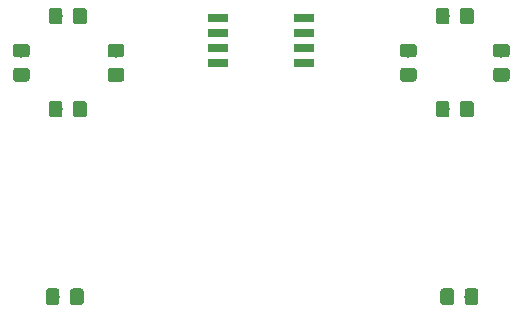
<source format=gbr>
G04 #@! TF.GenerationSoftware,KiCad,Pcbnew,(5.0.0)*
G04 #@! TF.CreationDate,2018-11-20T12:56:54-05:00*
G04 #@! TF.ProjectId,BsidesRock2019,427369646573526F636B323031392E6B,rev?*
G04 #@! TF.SameCoordinates,Original*
G04 #@! TF.FileFunction,Paste,Top*
G04 #@! TF.FilePolarity,Positive*
%FSLAX46Y46*%
G04 Gerber Fmt 4.6, Leading zero omitted, Abs format (unit mm)*
G04 Created by KiCad (PCBNEW (5.0.0)) date 11/20/18 12:56:54*
%MOMM*%
%LPD*%
G01*
G04 APERTURE LIST*
%ADD10R,1.700000X0.650000*%
%ADD11C,0.100000*%
%ADD12C,1.150000*%
G04 APERTURE END LIST*
D10*
G04 #@! TO.C,U1*
X142400000Y-55753000D03*
X142400000Y-57023000D03*
X142400000Y-58293000D03*
X142400000Y-59563000D03*
X149700000Y-59563000D03*
X149700000Y-58293000D03*
X149700000Y-57023000D03*
X149700000Y-55753000D03*
G04 #@! TD*
D11*
G04 #@! TO.C,D8*
G36*
X163807505Y-62801204D02*
X163831773Y-62804804D01*
X163855572Y-62810765D01*
X163878671Y-62819030D01*
X163900850Y-62829520D01*
X163921893Y-62842132D01*
X163941599Y-62856747D01*
X163959777Y-62873223D01*
X163976253Y-62891401D01*
X163990868Y-62911107D01*
X164003480Y-62932150D01*
X164013970Y-62954329D01*
X164022235Y-62977428D01*
X164028196Y-63001227D01*
X164031796Y-63025495D01*
X164033000Y-63049999D01*
X164033000Y-63950001D01*
X164031796Y-63974505D01*
X164028196Y-63998773D01*
X164022235Y-64022572D01*
X164013970Y-64045671D01*
X164003480Y-64067850D01*
X163990868Y-64088893D01*
X163976253Y-64108599D01*
X163959777Y-64126777D01*
X163941599Y-64143253D01*
X163921893Y-64157868D01*
X163900850Y-64170480D01*
X163878671Y-64180970D01*
X163855572Y-64189235D01*
X163831773Y-64195196D01*
X163807505Y-64198796D01*
X163783001Y-64200000D01*
X163132999Y-64200000D01*
X163108495Y-64198796D01*
X163084227Y-64195196D01*
X163060428Y-64189235D01*
X163037329Y-64180970D01*
X163015150Y-64170480D01*
X162994107Y-64157868D01*
X162974401Y-64143253D01*
X162956223Y-64126777D01*
X162939747Y-64108599D01*
X162925132Y-64088893D01*
X162912520Y-64067850D01*
X162902030Y-64045671D01*
X162893765Y-64022572D01*
X162887804Y-63998773D01*
X162884204Y-63974505D01*
X162883000Y-63950001D01*
X162883000Y-63049999D01*
X162884204Y-63025495D01*
X162887804Y-63001227D01*
X162893765Y-62977428D01*
X162902030Y-62954329D01*
X162912520Y-62932150D01*
X162925132Y-62911107D01*
X162939747Y-62891401D01*
X162956223Y-62873223D01*
X162974401Y-62856747D01*
X162994107Y-62842132D01*
X163015150Y-62829520D01*
X163037329Y-62819030D01*
X163060428Y-62810765D01*
X163084227Y-62804804D01*
X163108495Y-62801204D01*
X163132999Y-62800000D01*
X163783001Y-62800000D01*
X163807505Y-62801204D01*
X163807505Y-62801204D01*
G37*
D12*
X163458000Y-63500000D03*
D11*
G36*
X161757505Y-62801204D02*
X161781773Y-62804804D01*
X161805572Y-62810765D01*
X161828671Y-62819030D01*
X161850850Y-62829520D01*
X161871893Y-62842132D01*
X161891599Y-62856747D01*
X161909777Y-62873223D01*
X161926253Y-62891401D01*
X161940868Y-62911107D01*
X161953480Y-62932150D01*
X161963970Y-62954329D01*
X161972235Y-62977428D01*
X161978196Y-63001227D01*
X161981796Y-63025495D01*
X161983000Y-63049999D01*
X161983000Y-63950001D01*
X161981796Y-63974505D01*
X161978196Y-63998773D01*
X161972235Y-64022572D01*
X161963970Y-64045671D01*
X161953480Y-64067850D01*
X161940868Y-64088893D01*
X161926253Y-64108599D01*
X161909777Y-64126777D01*
X161891599Y-64143253D01*
X161871893Y-64157868D01*
X161850850Y-64170480D01*
X161828671Y-64180970D01*
X161805572Y-64189235D01*
X161781773Y-64195196D01*
X161757505Y-64198796D01*
X161733001Y-64200000D01*
X161082999Y-64200000D01*
X161058495Y-64198796D01*
X161034227Y-64195196D01*
X161010428Y-64189235D01*
X160987329Y-64180970D01*
X160965150Y-64170480D01*
X160944107Y-64157868D01*
X160924401Y-64143253D01*
X160906223Y-64126777D01*
X160889747Y-64108599D01*
X160875132Y-64088893D01*
X160862520Y-64067850D01*
X160852030Y-64045671D01*
X160843765Y-64022572D01*
X160837804Y-63998773D01*
X160834204Y-63974505D01*
X160833000Y-63950001D01*
X160833000Y-63049999D01*
X160834204Y-63025495D01*
X160837804Y-63001227D01*
X160843765Y-62977428D01*
X160852030Y-62954329D01*
X160862520Y-62932150D01*
X160875132Y-62911107D01*
X160889747Y-62891401D01*
X160906223Y-62873223D01*
X160924401Y-62856747D01*
X160944107Y-62842132D01*
X160965150Y-62829520D01*
X160987329Y-62819030D01*
X161010428Y-62810765D01*
X161034227Y-62804804D01*
X161058495Y-62801204D01*
X161082999Y-62800000D01*
X161733001Y-62800000D01*
X161757505Y-62801204D01*
X161757505Y-62801204D01*
G37*
D12*
X161408000Y-63500000D03*
G04 #@! TD*
D11*
G04 #@! TO.C,D1*
G36*
X126204505Y-60014204D02*
X126228773Y-60017804D01*
X126252572Y-60023765D01*
X126275671Y-60032030D01*
X126297850Y-60042520D01*
X126318893Y-60055132D01*
X126338599Y-60069747D01*
X126356777Y-60086223D01*
X126373253Y-60104401D01*
X126387868Y-60124107D01*
X126400480Y-60145150D01*
X126410970Y-60167329D01*
X126419235Y-60190428D01*
X126425196Y-60214227D01*
X126428796Y-60238495D01*
X126430000Y-60262999D01*
X126430000Y-60913001D01*
X126428796Y-60937505D01*
X126425196Y-60961773D01*
X126419235Y-60985572D01*
X126410970Y-61008671D01*
X126400480Y-61030850D01*
X126387868Y-61051893D01*
X126373253Y-61071599D01*
X126356777Y-61089777D01*
X126338599Y-61106253D01*
X126318893Y-61120868D01*
X126297850Y-61133480D01*
X126275671Y-61143970D01*
X126252572Y-61152235D01*
X126228773Y-61158196D01*
X126204505Y-61161796D01*
X126180001Y-61163000D01*
X125279999Y-61163000D01*
X125255495Y-61161796D01*
X125231227Y-61158196D01*
X125207428Y-61152235D01*
X125184329Y-61143970D01*
X125162150Y-61133480D01*
X125141107Y-61120868D01*
X125121401Y-61106253D01*
X125103223Y-61089777D01*
X125086747Y-61071599D01*
X125072132Y-61051893D01*
X125059520Y-61030850D01*
X125049030Y-61008671D01*
X125040765Y-60985572D01*
X125034804Y-60961773D01*
X125031204Y-60937505D01*
X125030000Y-60913001D01*
X125030000Y-60262999D01*
X125031204Y-60238495D01*
X125034804Y-60214227D01*
X125040765Y-60190428D01*
X125049030Y-60167329D01*
X125059520Y-60145150D01*
X125072132Y-60124107D01*
X125086747Y-60104401D01*
X125103223Y-60086223D01*
X125121401Y-60069747D01*
X125141107Y-60055132D01*
X125162150Y-60042520D01*
X125184329Y-60032030D01*
X125207428Y-60023765D01*
X125231227Y-60017804D01*
X125255495Y-60014204D01*
X125279999Y-60013000D01*
X126180001Y-60013000D01*
X126204505Y-60014204D01*
X126204505Y-60014204D01*
G37*
D12*
X125730000Y-60588000D03*
D11*
G36*
X126204505Y-57964204D02*
X126228773Y-57967804D01*
X126252572Y-57973765D01*
X126275671Y-57982030D01*
X126297850Y-57992520D01*
X126318893Y-58005132D01*
X126338599Y-58019747D01*
X126356777Y-58036223D01*
X126373253Y-58054401D01*
X126387868Y-58074107D01*
X126400480Y-58095150D01*
X126410970Y-58117329D01*
X126419235Y-58140428D01*
X126425196Y-58164227D01*
X126428796Y-58188495D01*
X126430000Y-58212999D01*
X126430000Y-58863001D01*
X126428796Y-58887505D01*
X126425196Y-58911773D01*
X126419235Y-58935572D01*
X126410970Y-58958671D01*
X126400480Y-58980850D01*
X126387868Y-59001893D01*
X126373253Y-59021599D01*
X126356777Y-59039777D01*
X126338599Y-59056253D01*
X126318893Y-59070868D01*
X126297850Y-59083480D01*
X126275671Y-59093970D01*
X126252572Y-59102235D01*
X126228773Y-59108196D01*
X126204505Y-59111796D01*
X126180001Y-59113000D01*
X125279999Y-59113000D01*
X125255495Y-59111796D01*
X125231227Y-59108196D01*
X125207428Y-59102235D01*
X125184329Y-59093970D01*
X125162150Y-59083480D01*
X125141107Y-59070868D01*
X125121401Y-59056253D01*
X125103223Y-59039777D01*
X125086747Y-59021599D01*
X125072132Y-59001893D01*
X125059520Y-58980850D01*
X125049030Y-58958671D01*
X125040765Y-58935572D01*
X125034804Y-58911773D01*
X125031204Y-58887505D01*
X125030000Y-58863001D01*
X125030000Y-58212999D01*
X125031204Y-58188495D01*
X125034804Y-58164227D01*
X125040765Y-58140428D01*
X125049030Y-58117329D01*
X125059520Y-58095150D01*
X125072132Y-58074107D01*
X125086747Y-58054401D01*
X125103223Y-58036223D01*
X125121401Y-58019747D01*
X125141107Y-58005132D01*
X125162150Y-57992520D01*
X125184329Y-57982030D01*
X125207428Y-57973765D01*
X125231227Y-57967804D01*
X125255495Y-57964204D01*
X125279999Y-57963000D01*
X126180001Y-57963000D01*
X126204505Y-57964204D01*
X126204505Y-57964204D01*
G37*
D12*
X125730000Y-58538000D03*
G04 #@! TD*
D11*
G04 #@! TO.C,D3*
G36*
X131041505Y-54927204D02*
X131065773Y-54930804D01*
X131089572Y-54936765D01*
X131112671Y-54945030D01*
X131134850Y-54955520D01*
X131155893Y-54968132D01*
X131175599Y-54982747D01*
X131193777Y-54999223D01*
X131210253Y-55017401D01*
X131224868Y-55037107D01*
X131237480Y-55058150D01*
X131247970Y-55080329D01*
X131256235Y-55103428D01*
X131262196Y-55127227D01*
X131265796Y-55151495D01*
X131267000Y-55175999D01*
X131267000Y-56076001D01*
X131265796Y-56100505D01*
X131262196Y-56124773D01*
X131256235Y-56148572D01*
X131247970Y-56171671D01*
X131237480Y-56193850D01*
X131224868Y-56214893D01*
X131210253Y-56234599D01*
X131193777Y-56252777D01*
X131175599Y-56269253D01*
X131155893Y-56283868D01*
X131134850Y-56296480D01*
X131112671Y-56306970D01*
X131089572Y-56315235D01*
X131065773Y-56321196D01*
X131041505Y-56324796D01*
X131017001Y-56326000D01*
X130366999Y-56326000D01*
X130342495Y-56324796D01*
X130318227Y-56321196D01*
X130294428Y-56315235D01*
X130271329Y-56306970D01*
X130249150Y-56296480D01*
X130228107Y-56283868D01*
X130208401Y-56269253D01*
X130190223Y-56252777D01*
X130173747Y-56234599D01*
X130159132Y-56214893D01*
X130146520Y-56193850D01*
X130136030Y-56171671D01*
X130127765Y-56148572D01*
X130121804Y-56124773D01*
X130118204Y-56100505D01*
X130117000Y-56076001D01*
X130117000Y-55175999D01*
X130118204Y-55151495D01*
X130121804Y-55127227D01*
X130127765Y-55103428D01*
X130136030Y-55080329D01*
X130146520Y-55058150D01*
X130159132Y-55037107D01*
X130173747Y-55017401D01*
X130190223Y-54999223D01*
X130208401Y-54982747D01*
X130228107Y-54968132D01*
X130249150Y-54955520D01*
X130271329Y-54945030D01*
X130294428Y-54936765D01*
X130318227Y-54930804D01*
X130342495Y-54927204D01*
X130366999Y-54926000D01*
X131017001Y-54926000D01*
X131041505Y-54927204D01*
X131041505Y-54927204D01*
G37*
D12*
X130692000Y-55626000D03*
D11*
G36*
X128991505Y-54927204D02*
X129015773Y-54930804D01*
X129039572Y-54936765D01*
X129062671Y-54945030D01*
X129084850Y-54955520D01*
X129105893Y-54968132D01*
X129125599Y-54982747D01*
X129143777Y-54999223D01*
X129160253Y-55017401D01*
X129174868Y-55037107D01*
X129187480Y-55058150D01*
X129197970Y-55080329D01*
X129206235Y-55103428D01*
X129212196Y-55127227D01*
X129215796Y-55151495D01*
X129217000Y-55175999D01*
X129217000Y-56076001D01*
X129215796Y-56100505D01*
X129212196Y-56124773D01*
X129206235Y-56148572D01*
X129197970Y-56171671D01*
X129187480Y-56193850D01*
X129174868Y-56214893D01*
X129160253Y-56234599D01*
X129143777Y-56252777D01*
X129125599Y-56269253D01*
X129105893Y-56283868D01*
X129084850Y-56296480D01*
X129062671Y-56306970D01*
X129039572Y-56315235D01*
X129015773Y-56321196D01*
X128991505Y-56324796D01*
X128967001Y-56326000D01*
X128316999Y-56326000D01*
X128292495Y-56324796D01*
X128268227Y-56321196D01*
X128244428Y-56315235D01*
X128221329Y-56306970D01*
X128199150Y-56296480D01*
X128178107Y-56283868D01*
X128158401Y-56269253D01*
X128140223Y-56252777D01*
X128123747Y-56234599D01*
X128109132Y-56214893D01*
X128096520Y-56193850D01*
X128086030Y-56171671D01*
X128077765Y-56148572D01*
X128071804Y-56124773D01*
X128068204Y-56100505D01*
X128067000Y-56076001D01*
X128067000Y-55175999D01*
X128068204Y-55151495D01*
X128071804Y-55127227D01*
X128077765Y-55103428D01*
X128086030Y-55080329D01*
X128096520Y-55058150D01*
X128109132Y-55037107D01*
X128123747Y-55017401D01*
X128140223Y-54999223D01*
X128158401Y-54982747D01*
X128178107Y-54968132D01*
X128199150Y-54955520D01*
X128221329Y-54945030D01*
X128244428Y-54936765D01*
X128268227Y-54930804D01*
X128292495Y-54927204D01*
X128316999Y-54926000D01*
X128967001Y-54926000D01*
X128991505Y-54927204D01*
X128991505Y-54927204D01*
G37*
D12*
X128642000Y-55626000D03*
G04 #@! TD*
D11*
G04 #@! TO.C,D4*
G36*
X128991505Y-62801204D02*
X129015773Y-62804804D01*
X129039572Y-62810765D01*
X129062671Y-62819030D01*
X129084850Y-62829520D01*
X129105893Y-62842132D01*
X129125599Y-62856747D01*
X129143777Y-62873223D01*
X129160253Y-62891401D01*
X129174868Y-62911107D01*
X129187480Y-62932150D01*
X129197970Y-62954329D01*
X129206235Y-62977428D01*
X129212196Y-63001227D01*
X129215796Y-63025495D01*
X129217000Y-63049999D01*
X129217000Y-63950001D01*
X129215796Y-63974505D01*
X129212196Y-63998773D01*
X129206235Y-64022572D01*
X129197970Y-64045671D01*
X129187480Y-64067850D01*
X129174868Y-64088893D01*
X129160253Y-64108599D01*
X129143777Y-64126777D01*
X129125599Y-64143253D01*
X129105893Y-64157868D01*
X129084850Y-64170480D01*
X129062671Y-64180970D01*
X129039572Y-64189235D01*
X129015773Y-64195196D01*
X128991505Y-64198796D01*
X128967001Y-64200000D01*
X128316999Y-64200000D01*
X128292495Y-64198796D01*
X128268227Y-64195196D01*
X128244428Y-64189235D01*
X128221329Y-64180970D01*
X128199150Y-64170480D01*
X128178107Y-64157868D01*
X128158401Y-64143253D01*
X128140223Y-64126777D01*
X128123747Y-64108599D01*
X128109132Y-64088893D01*
X128096520Y-64067850D01*
X128086030Y-64045671D01*
X128077765Y-64022572D01*
X128071804Y-63998773D01*
X128068204Y-63974505D01*
X128067000Y-63950001D01*
X128067000Y-63049999D01*
X128068204Y-63025495D01*
X128071804Y-63001227D01*
X128077765Y-62977428D01*
X128086030Y-62954329D01*
X128096520Y-62932150D01*
X128109132Y-62911107D01*
X128123747Y-62891401D01*
X128140223Y-62873223D01*
X128158401Y-62856747D01*
X128178107Y-62842132D01*
X128199150Y-62829520D01*
X128221329Y-62819030D01*
X128244428Y-62810765D01*
X128268227Y-62804804D01*
X128292495Y-62801204D01*
X128316999Y-62800000D01*
X128967001Y-62800000D01*
X128991505Y-62801204D01*
X128991505Y-62801204D01*
G37*
D12*
X128642000Y-63500000D03*
D11*
G36*
X131041505Y-62801204D02*
X131065773Y-62804804D01*
X131089572Y-62810765D01*
X131112671Y-62819030D01*
X131134850Y-62829520D01*
X131155893Y-62842132D01*
X131175599Y-62856747D01*
X131193777Y-62873223D01*
X131210253Y-62891401D01*
X131224868Y-62911107D01*
X131237480Y-62932150D01*
X131247970Y-62954329D01*
X131256235Y-62977428D01*
X131262196Y-63001227D01*
X131265796Y-63025495D01*
X131267000Y-63049999D01*
X131267000Y-63950001D01*
X131265796Y-63974505D01*
X131262196Y-63998773D01*
X131256235Y-64022572D01*
X131247970Y-64045671D01*
X131237480Y-64067850D01*
X131224868Y-64088893D01*
X131210253Y-64108599D01*
X131193777Y-64126777D01*
X131175599Y-64143253D01*
X131155893Y-64157868D01*
X131134850Y-64170480D01*
X131112671Y-64180970D01*
X131089572Y-64189235D01*
X131065773Y-64195196D01*
X131041505Y-64198796D01*
X131017001Y-64200000D01*
X130366999Y-64200000D01*
X130342495Y-64198796D01*
X130318227Y-64195196D01*
X130294428Y-64189235D01*
X130271329Y-64180970D01*
X130249150Y-64170480D01*
X130228107Y-64157868D01*
X130208401Y-64143253D01*
X130190223Y-64126777D01*
X130173747Y-64108599D01*
X130159132Y-64088893D01*
X130146520Y-64067850D01*
X130136030Y-64045671D01*
X130127765Y-64022572D01*
X130121804Y-63998773D01*
X130118204Y-63974505D01*
X130117000Y-63950001D01*
X130117000Y-63049999D01*
X130118204Y-63025495D01*
X130121804Y-63001227D01*
X130127765Y-62977428D01*
X130136030Y-62954329D01*
X130146520Y-62932150D01*
X130159132Y-62911107D01*
X130173747Y-62891401D01*
X130190223Y-62873223D01*
X130208401Y-62856747D01*
X130228107Y-62842132D01*
X130249150Y-62829520D01*
X130271329Y-62819030D01*
X130294428Y-62810765D01*
X130318227Y-62804804D01*
X130342495Y-62801204D01*
X130366999Y-62800000D01*
X131017001Y-62800000D01*
X131041505Y-62801204D01*
X131041505Y-62801204D01*
G37*
D12*
X130692000Y-63500000D03*
G04 #@! TD*
D11*
G04 #@! TO.C,D5*
G36*
X134205505Y-57973204D02*
X134229773Y-57976804D01*
X134253572Y-57982765D01*
X134276671Y-57991030D01*
X134298850Y-58001520D01*
X134319893Y-58014132D01*
X134339599Y-58028747D01*
X134357777Y-58045223D01*
X134374253Y-58063401D01*
X134388868Y-58083107D01*
X134401480Y-58104150D01*
X134411970Y-58126329D01*
X134420235Y-58149428D01*
X134426196Y-58173227D01*
X134429796Y-58197495D01*
X134431000Y-58221999D01*
X134431000Y-58872001D01*
X134429796Y-58896505D01*
X134426196Y-58920773D01*
X134420235Y-58944572D01*
X134411970Y-58967671D01*
X134401480Y-58989850D01*
X134388868Y-59010893D01*
X134374253Y-59030599D01*
X134357777Y-59048777D01*
X134339599Y-59065253D01*
X134319893Y-59079868D01*
X134298850Y-59092480D01*
X134276671Y-59102970D01*
X134253572Y-59111235D01*
X134229773Y-59117196D01*
X134205505Y-59120796D01*
X134181001Y-59122000D01*
X133280999Y-59122000D01*
X133256495Y-59120796D01*
X133232227Y-59117196D01*
X133208428Y-59111235D01*
X133185329Y-59102970D01*
X133163150Y-59092480D01*
X133142107Y-59079868D01*
X133122401Y-59065253D01*
X133104223Y-59048777D01*
X133087747Y-59030599D01*
X133073132Y-59010893D01*
X133060520Y-58989850D01*
X133050030Y-58967671D01*
X133041765Y-58944572D01*
X133035804Y-58920773D01*
X133032204Y-58896505D01*
X133031000Y-58872001D01*
X133031000Y-58221999D01*
X133032204Y-58197495D01*
X133035804Y-58173227D01*
X133041765Y-58149428D01*
X133050030Y-58126329D01*
X133060520Y-58104150D01*
X133073132Y-58083107D01*
X133087747Y-58063401D01*
X133104223Y-58045223D01*
X133122401Y-58028747D01*
X133142107Y-58014132D01*
X133163150Y-58001520D01*
X133185329Y-57991030D01*
X133208428Y-57982765D01*
X133232227Y-57976804D01*
X133256495Y-57973204D01*
X133280999Y-57972000D01*
X134181001Y-57972000D01*
X134205505Y-57973204D01*
X134205505Y-57973204D01*
G37*
D12*
X133731000Y-58547000D03*
D11*
G36*
X134205505Y-60023204D02*
X134229773Y-60026804D01*
X134253572Y-60032765D01*
X134276671Y-60041030D01*
X134298850Y-60051520D01*
X134319893Y-60064132D01*
X134339599Y-60078747D01*
X134357777Y-60095223D01*
X134374253Y-60113401D01*
X134388868Y-60133107D01*
X134401480Y-60154150D01*
X134411970Y-60176329D01*
X134420235Y-60199428D01*
X134426196Y-60223227D01*
X134429796Y-60247495D01*
X134431000Y-60271999D01*
X134431000Y-60922001D01*
X134429796Y-60946505D01*
X134426196Y-60970773D01*
X134420235Y-60994572D01*
X134411970Y-61017671D01*
X134401480Y-61039850D01*
X134388868Y-61060893D01*
X134374253Y-61080599D01*
X134357777Y-61098777D01*
X134339599Y-61115253D01*
X134319893Y-61129868D01*
X134298850Y-61142480D01*
X134276671Y-61152970D01*
X134253572Y-61161235D01*
X134229773Y-61167196D01*
X134205505Y-61170796D01*
X134181001Y-61172000D01*
X133280999Y-61172000D01*
X133256495Y-61170796D01*
X133232227Y-61167196D01*
X133208428Y-61161235D01*
X133185329Y-61152970D01*
X133163150Y-61142480D01*
X133142107Y-61129868D01*
X133122401Y-61115253D01*
X133104223Y-61098777D01*
X133087747Y-61080599D01*
X133073132Y-61060893D01*
X133060520Y-61039850D01*
X133050030Y-61017671D01*
X133041765Y-60994572D01*
X133035804Y-60970773D01*
X133032204Y-60946505D01*
X133031000Y-60922001D01*
X133031000Y-60271999D01*
X133032204Y-60247495D01*
X133035804Y-60223227D01*
X133041765Y-60199428D01*
X133050030Y-60176329D01*
X133060520Y-60154150D01*
X133073132Y-60133107D01*
X133087747Y-60113401D01*
X133104223Y-60095223D01*
X133122401Y-60078747D01*
X133142107Y-60064132D01*
X133163150Y-60051520D01*
X133185329Y-60041030D01*
X133208428Y-60032765D01*
X133232227Y-60026804D01*
X133256495Y-60023204D01*
X133280999Y-60022000D01*
X134181001Y-60022000D01*
X134205505Y-60023204D01*
X134205505Y-60023204D01*
G37*
D12*
X133731000Y-60597000D03*
G04 #@! TD*
D11*
G04 #@! TO.C,D6*
G36*
X158970505Y-60014204D02*
X158994773Y-60017804D01*
X159018572Y-60023765D01*
X159041671Y-60032030D01*
X159063850Y-60042520D01*
X159084893Y-60055132D01*
X159104599Y-60069747D01*
X159122777Y-60086223D01*
X159139253Y-60104401D01*
X159153868Y-60124107D01*
X159166480Y-60145150D01*
X159176970Y-60167329D01*
X159185235Y-60190428D01*
X159191196Y-60214227D01*
X159194796Y-60238495D01*
X159196000Y-60262999D01*
X159196000Y-60913001D01*
X159194796Y-60937505D01*
X159191196Y-60961773D01*
X159185235Y-60985572D01*
X159176970Y-61008671D01*
X159166480Y-61030850D01*
X159153868Y-61051893D01*
X159139253Y-61071599D01*
X159122777Y-61089777D01*
X159104599Y-61106253D01*
X159084893Y-61120868D01*
X159063850Y-61133480D01*
X159041671Y-61143970D01*
X159018572Y-61152235D01*
X158994773Y-61158196D01*
X158970505Y-61161796D01*
X158946001Y-61163000D01*
X158045999Y-61163000D01*
X158021495Y-61161796D01*
X157997227Y-61158196D01*
X157973428Y-61152235D01*
X157950329Y-61143970D01*
X157928150Y-61133480D01*
X157907107Y-61120868D01*
X157887401Y-61106253D01*
X157869223Y-61089777D01*
X157852747Y-61071599D01*
X157838132Y-61051893D01*
X157825520Y-61030850D01*
X157815030Y-61008671D01*
X157806765Y-60985572D01*
X157800804Y-60961773D01*
X157797204Y-60937505D01*
X157796000Y-60913001D01*
X157796000Y-60262999D01*
X157797204Y-60238495D01*
X157800804Y-60214227D01*
X157806765Y-60190428D01*
X157815030Y-60167329D01*
X157825520Y-60145150D01*
X157838132Y-60124107D01*
X157852747Y-60104401D01*
X157869223Y-60086223D01*
X157887401Y-60069747D01*
X157907107Y-60055132D01*
X157928150Y-60042520D01*
X157950329Y-60032030D01*
X157973428Y-60023765D01*
X157997227Y-60017804D01*
X158021495Y-60014204D01*
X158045999Y-60013000D01*
X158946001Y-60013000D01*
X158970505Y-60014204D01*
X158970505Y-60014204D01*
G37*
D12*
X158496000Y-60588000D03*
D11*
G36*
X158970505Y-57964204D02*
X158994773Y-57967804D01*
X159018572Y-57973765D01*
X159041671Y-57982030D01*
X159063850Y-57992520D01*
X159084893Y-58005132D01*
X159104599Y-58019747D01*
X159122777Y-58036223D01*
X159139253Y-58054401D01*
X159153868Y-58074107D01*
X159166480Y-58095150D01*
X159176970Y-58117329D01*
X159185235Y-58140428D01*
X159191196Y-58164227D01*
X159194796Y-58188495D01*
X159196000Y-58212999D01*
X159196000Y-58863001D01*
X159194796Y-58887505D01*
X159191196Y-58911773D01*
X159185235Y-58935572D01*
X159176970Y-58958671D01*
X159166480Y-58980850D01*
X159153868Y-59001893D01*
X159139253Y-59021599D01*
X159122777Y-59039777D01*
X159104599Y-59056253D01*
X159084893Y-59070868D01*
X159063850Y-59083480D01*
X159041671Y-59093970D01*
X159018572Y-59102235D01*
X158994773Y-59108196D01*
X158970505Y-59111796D01*
X158946001Y-59113000D01*
X158045999Y-59113000D01*
X158021495Y-59111796D01*
X157997227Y-59108196D01*
X157973428Y-59102235D01*
X157950329Y-59093970D01*
X157928150Y-59083480D01*
X157907107Y-59070868D01*
X157887401Y-59056253D01*
X157869223Y-59039777D01*
X157852747Y-59021599D01*
X157838132Y-59001893D01*
X157825520Y-58980850D01*
X157815030Y-58958671D01*
X157806765Y-58935572D01*
X157800804Y-58911773D01*
X157797204Y-58887505D01*
X157796000Y-58863001D01*
X157796000Y-58212999D01*
X157797204Y-58188495D01*
X157800804Y-58164227D01*
X157806765Y-58140428D01*
X157815030Y-58117329D01*
X157825520Y-58095150D01*
X157838132Y-58074107D01*
X157852747Y-58054401D01*
X157869223Y-58036223D01*
X157887401Y-58019747D01*
X157907107Y-58005132D01*
X157928150Y-57992520D01*
X157950329Y-57982030D01*
X157973428Y-57973765D01*
X157997227Y-57967804D01*
X158021495Y-57964204D01*
X158045999Y-57963000D01*
X158946001Y-57963000D01*
X158970505Y-57964204D01*
X158970505Y-57964204D01*
G37*
D12*
X158496000Y-58538000D03*
G04 #@! TD*
D11*
G04 #@! TO.C,D7*
G36*
X163807505Y-54927204D02*
X163831773Y-54930804D01*
X163855572Y-54936765D01*
X163878671Y-54945030D01*
X163900850Y-54955520D01*
X163921893Y-54968132D01*
X163941599Y-54982747D01*
X163959777Y-54999223D01*
X163976253Y-55017401D01*
X163990868Y-55037107D01*
X164003480Y-55058150D01*
X164013970Y-55080329D01*
X164022235Y-55103428D01*
X164028196Y-55127227D01*
X164031796Y-55151495D01*
X164033000Y-55175999D01*
X164033000Y-56076001D01*
X164031796Y-56100505D01*
X164028196Y-56124773D01*
X164022235Y-56148572D01*
X164013970Y-56171671D01*
X164003480Y-56193850D01*
X163990868Y-56214893D01*
X163976253Y-56234599D01*
X163959777Y-56252777D01*
X163941599Y-56269253D01*
X163921893Y-56283868D01*
X163900850Y-56296480D01*
X163878671Y-56306970D01*
X163855572Y-56315235D01*
X163831773Y-56321196D01*
X163807505Y-56324796D01*
X163783001Y-56326000D01*
X163132999Y-56326000D01*
X163108495Y-56324796D01*
X163084227Y-56321196D01*
X163060428Y-56315235D01*
X163037329Y-56306970D01*
X163015150Y-56296480D01*
X162994107Y-56283868D01*
X162974401Y-56269253D01*
X162956223Y-56252777D01*
X162939747Y-56234599D01*
X162925132Y-56214893D01*
X162912520Y-56193850D01*
X162902030Y-56171671D01*
X162893765Y-56148572D01*
X162887804Y-56124773D01*
X162884204Y-56100505D01*
X162883000Y-56076001D01*
X162883000Y-55175999D01*
X162884204Y-55151495D01*
X162887804Y-55127227D01*
X162893765Y-55103428D01*
X162902030Y-55080329D01*
X162912520Y-55058150D01*
X162925132Y-55037107D01*
X162939747Y-55017401D01*
X162956223Y-54999223D01*
X162974401Y-54982747D01*
X162994107Y-54968132D01*
X163015150Y-54955520D01*
X163037329Y-54945030D01*
X163060428Y-54936765D01*
X163084227Y-54930804D01*
X163108495Y-54927204D01*
X163132999Y-54926000D01*
X163783001Y-54926000D01*
X163807505Y-54927204D01*
X163807505Y-54927204D01*
G37*
D12*
X163458000Y-55626000D03*
D11*
G36*
X161757505Y-54927204D02*
X161781773Y-54930804D01*
X161805572Y-54936765D01*
X161828671Y-54945030D01*
X161850850Y-54955520D01*
X161871893Y-54968132D01*
X161891599Y-54982747D01*
X161909777Y-54999223D01*
X161926253Y-55017401D01*
X161940868Y-55037107D01*
X161953480Y-55058150D01*
X161963970Y-55080329D01*
X161972235Y-55103428D01*
X161978196Y-55127227D01*
X161981796Y-55151495D01*
X161983000Y-55175999D01*
X161983000Y-56076001D01*
X161981796Y-56100505D01*
X161978196Y-56124773D01*
X161972235Y-56148572D01*
X161963970Y-56171671D01*
X161953480Y-56193850D01*
X161940868Y-56214893D01*
X161926253Y-56234599D01*
X161909777Y-56252777D01*
X161891599Y-56269253D01*
X161871893Y-56283868D01*
X161850850Y-56296480D01*
X161828671Y-56306970D01*
X161805572Y-56315235D01*
X161781773Y-56321196D01*
X161757505Y-56324796D01*
X161733001Y-56326000D01*
X161082999Y-56326000D01*
X161058495Y-56324796D01*
X161034227Y-56321196D01*
X161010428Y-56315235D01*
X160987329Y-56306970D01*
X160965150Y-56296480D01*
X160944107Y-56283868D01*
X160924401Y-56269253D01*
X160906223Y-56252777D01*
X160889747Y-56234599D01*
X160875132Y-56214893D01*
X160862520Y-56193850D01*
X160852030Y-56171671D01*
X160843765Y-56148572D01*
X160837804Y-56124773D01*
X160834204Y-56100505D01*
X160833000Y-56076001D01*
X160833000Y-55175999D01*
X160834204Y-55151495D01*
X160837804Y-55127227D01*
X160843765Y-55103428D01*
X160852030Y-55080329D01*
X160862520Y-55058150D01*
X160875132Y-55037107D01*
X160889747Y-55017401D01*
X160906223Y-54999223D01*
X160924401Y-54982747D01*
X160944107Y-54968132D01*
X160965150Y-54955520D01*
X160987329Y-54945030D01*
X161010428Y-54936765D01*
X161034227Y-54930804D01*
X161058495Y-54927204D01*
X161082999Y-54926000D01*
X161733001Y-54926000D01*
X161757505Y-54927204D01*
X161757505Y-54927204D01*
G37*
D12*
X161408000Y-55626000D03*
G04 #@! TD*
D11*
G04 #@! TO.C,D10*
G36*
X166844505Y-57964204D02*
X166868773Y-57967804D01*
X166892572Y-57973765D01*
X166915671Y-57982030D01*
X166937850Y-57992520D01*
X166958893Y-58005132D01*
X166978599Y-58019747D01*
X166996777Y-58036223D01*
X167013253Y-58054401D01*
X167027868Y-58074107D01*
X167040480Y-58095150D01*
X167050970Y-58117329D01*
X167059235Y-58140428D01*
X167065196Y-58164227D01*
X167068796Y-58188495D01*
X167070000Y-58212999D01*
X167070000Y-58863001D01*
X167068796Y-58887505D01*
X167065196Y-58911773D01*
X167059235Y-58935572D01*
X167050970Y-58958671D01*
X167040480Y-58980850D01*
X167027868Y-59001893D01*
X167013253Y-59021599D01*
X166996777Y-59039777D01*
X166978599Y-59056253D01*
X166958893Y-59070868D01*
X166937850Y-59083480D01*
X166915671Y-59093970D01*
X166892572Y-59102235D01*
X166868773Y-59108196D01*
X166844505Y-59111796D01*
X166820001Y-59113000D01*
X165919999Y-59113000D01*
X165895495Y-59111796D01*
X165871227Y-59108196D01*
X165847428Y-59102235D01*
X165824329Y-59093970D01*
X165802150Y-59083480D01*
X165781107Y-59070868D01*
X165761401Y-59056253D01*
X165743223Y-59039777D01*
X165726747Y-59021599D01*
X165712132Y-59001893D01*
X165699520Y-58980850D01*
X165689030Y-58958671D01*
X165680765Y-58935572D01*
X165674804Y-58911773D01*
X165671204Y-58887505D01*
X165670000Y-58863001D01*
X165670000Y-58212999D01*
X165671204Y-58188495D01*
X165674804Y-58164227D01*
X165680765Y-58140428D01*
X165689030Y-58117329D01*
X165699520Y-58095150D01*
X165712132Y-58074107D01*
X165726747Y-58054401D01*
X165743223Y-58036223D01*
X165761401Y-58019747D01*
X165781107Y-58005132D01*
X165802150Y-57992520D01*
X165824329Y-57982030D01*
X165847428Y-57973765D01*
X165871227Y-57967804D01*
X165895495Y-57964204D01*
X165919999Y-57963000D01*
X166820001Y-57963000D01*
X166844505Y-57964204D01*
X166844505Y-57964204D01*
G37*
D12*
X166370000Y-58538000D03*
D11*
G36*
X166844910Y-60014202D02*
X166869135Y-60017795D01*
X166892891Y-60023746D01*
X166915949Y-60031996D01*
X166938087Y-60042467D01*
X166959093Y-60055057D01*
X166978763Y-60069645D01*
X166996908Y-60086092D01*
X167013355Y-60104237D01*
X167027943Y-60123907D01*
X167040533Y-60144913D01*
X167051004Y-60167051D01*
X167059254Y-60190109D01*
X167065205Y-60213865D01*
X167068798Y-60238090D01*
X167070000Y-60262550D01*
X167070000Y-60913450D01*
X167068798Y-60937910D01*
X167065205Y-60962135D01*
X167059254Y-60985891D01*
X167051004Y-61008949D01*
X167040533Y-61031087D01*
X167027943Y-61052093D01*
X167013355Y-61071763D01*
X166996908Y-61089908D01*
X166978763Y-61106355D01*
X166959093Y-61120943D01*
X166938087Y-61133533D01*
X166915949Y-61144004D01*
X166892891Y-61152254D01*
X166869135Y-61158205D01*
X166844910Y-61161798D01*
X166820450Y-61163000D01*
X165919550Y-61163000D01*
X165895090Y-61161798D01*
X165870865Y-61158205D01*
X165847109Y-61152254D01*
X165824051Y-61144004D01*
X165801913Y-61133533D01*
X165780907Y-61120943D01*
X165761237Y-61106355D01*
X165743092Y-61089908D01*
X165726645Y-61071763D01*
X165712057Y-61052093D01*
X165699467Y-61031087D01*
X165688996Y-61008949D01*
X165680746Y-60985891D01*
X165674795Y-60962135D01*
X165671202Y-60937910D01*
X165670000Y-60913450D01*
X165670000Y-60262550D01*
X165671202Y-60238090D01*
X165674795Y-60213865D01*
X165680746Y-60190109D01*
X165688996Y-60167051D01*
X165699467Y-60144913D01*
X165712057Y-60123907D01*
X165726645Y-60104237D01*
X165743092Y-60086092D01*
X165761237Y-60069645D01*
X165780907Y-60055057D01*
X165801913Y-60042467D01*
X165824051Y-60031996D01*
X165847109Y-60023746D01*
X165870865Y-60017795D01*
X165895090Y-60014202D01*
X165919550Y-60013000D01*
X166820450Y-60013000D01*
X166844910Y-60014202D01*
X166844910Y-60014202D01*
G37*
D12*
X166370000Y-60588000D03*
G04 #@! TD*
D11*
G04 #@! TO.C,D9*
G36*
X164188505Y-78676204D02*
X164212773Y-78679804D01*
X164236572Y-78685765D01*
X164259671Y-78694030D01*
X164281850Y-78704520D01*
X164302893Y-78717132D01*
X164322599Y-78731747D01*
X164340777Y-78748223D01*
X164357253Y-78766401D01*
X164371868Y-78786107D01*
X164384480Y-78807150D01*
X164394970Y-78829329D01*
X164403235Y-78852428D01*
X164409196Y-78876227D01*
X164412796Y-78900495D01*
X164414000Y-78924999D01*
X164414000Y-79825001D01*
X164412796Y-79849505D01*
X164409196Y-79873773D01*
X164403235Y-79897572D01*
X164394970Y-79920671D01*
X164384480Y-79942850D01*
X164371868Y-79963893D01*
X164357253Y-79983599D01*
X164340777Y-80001777D01*
X164322599Y-80018253D01*
X164302893Y-80032868D01*
X164281850Y-80045480D01*
X164259671Y-80055970D01*
X164236572Y-80064235D01*
X164212773Y-80070196D01*
X164188505Y-80073796D01*
X164164001Y-80075000D01*
X163513999Y-80075000D01*
X163489495Y-80073796D01*
X163465227Y-80070196D01*
X163441428Y-80064235D01*
X163418329Y-80055970D01*
X163396150Y-80045480D01*
X163375107Y-80032868D01*
X163355401Y-80018253D01*
X163337223Y-80001777D01*
X163320747Y-79983599D01*
X163306132Y-79963893D01*
X163293520Y-79942850D01*
X163283030Y-79920671D01*
X163274765Y-79897572D01*
X163268804Y-79873773D01*
X163265204Y-79849505D01*
X163264000Y-79825001D01*
X163264000Y-78924999D01*
X163265204Y-78900495D01*
X163268804Y-78876227D01*
X163274765Y-78852428D01*
X163283030Y-78829329D01*
X163293520Y-78807150D01*
X163306132Y-78786107D01*
X163320747Y-78766401D01*
X163337223Y-78748223D01*
X163355401Y-78731747D01*
X163375107Y-78717132D01*
X163396150Y-78704520D01*
X163418329Y-78694030D01*
X163441428Y-78685765D01*
X163465227Y-78679804D01*
X163489495Y-78676204D01*
X163513999Y-78675000D01*
X164164001Y-78675000D01*
X164188505Y-78676204D01*
X164188505Y-78676204D01*
G37*
D12*
X163839000Y-79375000D03*
D11*
G36*
X162138505Y-78676204D02*
X162162773Y-78679804D01*
X162186572Y-78685765D01*
X162209671Y-78694030D01*
X162231850Y-78704520D01*
X162252893Y-78717132D01*
X162272599Y-78731747D01*
X162290777Y-78748223D01*
X162307253Y-78766401D01*
X162321868Y-78786107D01*
X162334480Y-78807150D01*
X162344970Y-78829329D01*
X162353235Y-78852428D01*
X162359196Y-78876227D01*
X162362796Y-78900495D01*
X162364000Y-78924999D01*
X162364000Y-79825001D01*
X162362796Y-79849505D01*
X162359196Y-79873773D01*
X162353235Y-79897572D01*
X162344970Y-79920671D01*
X162334480Y-79942850D01*
X162321868Y-79963893D01*
X162307253Y-79983599D01*
X162290777Y-80001777D01*
X162272599Y-80018253D01*
X162252893Y-80032868D01*
X162231850Y-80045480D01*
X162209671Y-80055970D01*
X162186572Y-80064235D01*
X162162773Y-80070196D01*
X162138505Y-80073796D01*
X162114001Y-80075000D01*
X161463999Y-80075000D01*
X161439495Y-80073796D01*
X161415227Y-80070196D01*
X161391428Y-80064235D01*
X161368329Y-80055970D01*
X161346150Y-80045480D01*
X161325107Y-80032868D01*
X161305401Y-80018253D01*
X161287223Y-80001777D01*
X161270747Y-79983599D01*
X161256132Y-79963893D01*
X161243520Y-79942850D01*
X161233030Y-79920671D01*
X161224765Y-79897572D01*
X161218804Y-79873773D01*
X161215204Y-79849505D01*
X161214000Y-79825001D01*
X161214000Y-78924999D01*
X161215204Y-78900495D01*
X161218804Y-78876227D01*
X161224765Y-78852428D01*
X161233030Y-78829329D01*
X161243520Y-78807150D01*
X161256132Y-78786107D01*
X161270747Y-78766401D01*
X161287223Y-78748223D01*
X161305401Y-78731747D01*
X161325107Y-78717132D01*
X161346150Y-78704520D01*
X161368329Y-78694030D01*
X161391428Y-78685765D01*
X161415227Y-78679804D01*
X161439495Y-78676204D01*
X161463999Y-78675000D01*
X162114001Y-78675000D01*
X162138505Y-78676204D01*
X162138505Y-78676204D01*
G37*
D12*
X161789000Y-79375000D03*
G04 #@! TD*
D11*
G04 #@! TO.C,D2*
G36*
X128737505Y-78676204D02*
X128761773Y-78679804D01*
X128785572Y-78685765D01*
X128808671Y-78694030D01*
X128830850Y-78704520D01*
X128851893Y-78717132D01*
X128871599Y-78731747D01*
X128889777Y-78748223D01*
X128906253Y-78766401D01*
X128920868Y-78786107D01*
X128933480Y-78807150D01*
X128943970Y-78829329D01*
X128952235Y-78852428D01*
X128958196Y-78876227D01*
X128961796Y-78900495D01*
X128963000Y-78924999D01*
X128963000Y-79825001D01*
X128961796Y-79849505D01*
X128958196Y-79873773D01*
X128952235Y-79897572D01*
X128943970Y-79920671D01*
X128933480Y-79942850D01*
X128920868Y-79963893D01*
X128906253Y-79983599D01*
X128889777Y-80001777D01*
X128871599Y-80018253D01*
X128851893Y-80032868D01*
X128830850Y-80045480D01*
X128808671Y-80055970D01*
X128785572Y-80064235D01*
X128761773Y-80070196D01*
X128737505Y-80073796D01*
X128713001Y-80075000D01*
X128062999Y-80075000D01*
X128038495Y-80073796D01*
X128014227Y-80070196D01*
X127990428Y-80064235D01*
X127967329Y-80055970D01*
X127945150Y-80045480D01*
X127924107Y-80032868D01*
X127904401Y-80018253D01*
X127886223Y-80001777D01*
X127869747Y-79983599D01*
X127855132Y-79963893D01*
X127842520Y-79942850D01*
X127832030Y-79920671D01*
X127823765Y-79897572D01*
X127817804Y-79873773D01*
X127814204Y-79849505D01*
X127813000Y-79825001D01*
X127813000Y-78924999D01*
X127814204Y-78900495D01*
X127817804Y-78876227D01*
X127823765Y-78852428D01*
X127832030Y-78829329D01*
X127842520Y-78807150D01*
X127855132Y-78786107D01*
X127869747Y-78766401D01*
X127886223Y-78748223D01*
X127904401Y-78731747D01*
X127924107Y-78717132D01*
X127945150Y-78704520D01*
X127967329Y-78694030D01*
X127990428Y-78685765D01*
X128014227Y-78679804D01*
X128038495Y-78676204D01*
X128062999Y-78675000D01*
X128713001Y-78675000D01*
X128737505Y-78676204D01*
X128737505Y-78676204D01*
G37*
D12*
X128388000Y-79375000D03*
D11*
G36*
X130787505Y-78676204D02*
X130811773Y-78679804D01*
X130835572Y-78685765D01*
X130858671Y-78694030D01*
X130880850Y-78704520D01*
X130901893Y-78717132D01*
X130921599Y-78731747D01*
X130939777Y-78748223D01*
X130956253Y-78766401D01*
X130970868Y-78786107D01*
X130983480Y-78807150D01*
X130993970Y-78829329D01*
X131002235Y-78852428D01*
X131008196Y-78876227D01*
X131011796Y-78900495D01*
X131013000Y-78924999D01*
X131013000Y-79825001D01*
X131011796Y-79849505D01*
X131008196Y-79873773D01*
X131002235Y-79897572D01*
X130993970Y-79920671D01*
X130983480Y-79942850D01*
X130970868Y-79963893D01*
X130956253Y-79983599D01*
X130939777Y-80001777D01*
X130921599Y-80018253D01*
X130901893Y-80032868D01*
X130880850Y-80045480D01*
X130858671Y-80055970D01*
X130835572Y-80064235D01*
X130811773Y-80070196D01*
X130787505Y-80073796D01*
X130763001Y-80075000D01*
X130112999Y-80075000D01*
X130088495Y-80073796D01*
X130064227Y-80070196D01*
X130040428Y-80064235D01*
X130017329Y-80055970D01*
X129995150Y-80045480D01*
X129974107Y-80032868D01*
X129954401Y-80018253D01*
X129936223Y-80001777D01*
X129919747Y-79983599D01*
X129905132Y-79963893D01*
X129892520Y-79942850D01*
X129882030Y-79920671D01*
X129873765Y-79897572D01*
X129867804Y-79873773D01*
X129864204Y-79849505D01*
X129863000Y-79825001D01*
X129863000Y-78924999D01*
X129864204Y-78900495D01*
X129867804Y-78876227D01*
X129873765Y-78852428D01*
X129882030Y-78829329D01*
X129892520Y-78807150D01*
X129905132Y-78786107D01*
X129919747Y-78766401D01*
X129936223Y-78748223D01*
X129954401Y-78731747D01*
X129974107Y-78717132D01*
X129995150Y-78704520D01*
X130017329Y-78694030D01*
X130040428Y-78685765D01*
X130064227Y-78679804D01*
X130088495Y-78676204D01*
X130112999Y-78675000D01*
X130763001Y-78675000D01*
X130787505Y-78676204D01*
X130787505Y-78676204D01*
G37*
D12*
X130438000Y-79375000D03*
G04 #@! TD*
M02*

</source>
